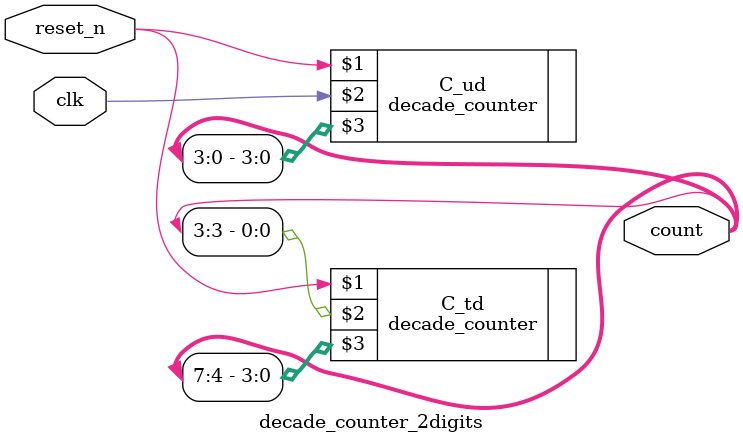
<source format=v>
/* CSED273 lab6 experiment 2 */
/* lab6_2.v */

`timescale 1ps / 1fs

/* Implement 2-decade BCD counter (0-99)
 * You must use decade BCD counter of lab6_1.v */
module decade_counter_2digits(input reset_n, input clk, output [7:0] count);

    ////////////////////////
    /* Add your code here */
    decade_counter C_ud(reset_n,clk,count[3:0]); // ud, ÀÏÀÇ ÀÚ¸® 
    decade_counter C_td(reset_n,count[3],count[7:4]); // td, ½ÊÀÇ ÀÚ¸®, count[3]ÀÌ 1->0 À¸·Î ¹Ù²ð ¶§ ¸¶´Ù ½ÅÈ£¸¦ ¹Þ¾Æ¼­ ´ÙÀ½ state·Î ³Ñ¾î°¨. 
    ////////////////////////
	
endmodule

</source>
